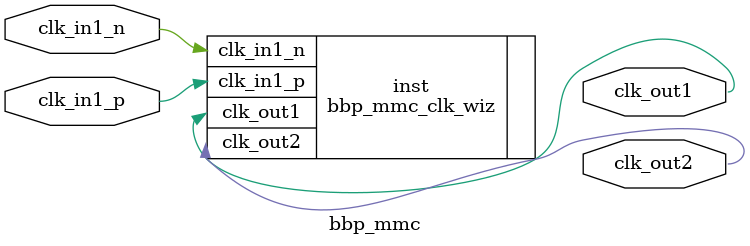
<source format=v>


`timescale 1ps/1ps

(* CORE_GENERATION_INFO = "bbp_mmc,clk_wiz_v6_0_8_0_0,{component_name=bbp_mmc,use_phase_alignment=false,use_min_o_jitter=false,use_max_i_jitter=false,use_dyn_phase_shift=false,use_inclk_switchover=false,use_dyn_reconfig=false,enable_axi=0,feedback_source=FDBK_AUTO,PRIMITIVE=MMCM,num_out_clk=2,clkin1_period=8.000,clkin2_period=10.0,use_power_down=false,use_reset=false,use_locked=false,use_inclk_stopped=false,feedback_type=SINGLE,CLOCK_MGR_TYPE=NA,manual_override=false}" *)

module bbp_mmc 
 (
  // Clock out ports
  output        clk_out1,
  output        clk_out2,
 // Clock in ports
  input         clk_in1_p,
  input         clk_in1_n
 );

  bbp_mmc_clk_wiz inst
  (
  // Clock out ports  
  .clk_out1(clk_out1),
  .clk_out2(clk_out2),
 // Clock in ports
  .clk_in1_p(clk_in1_p),
  .clk_in1_n(clk_in1_n)
  );

endmodule

</source>
